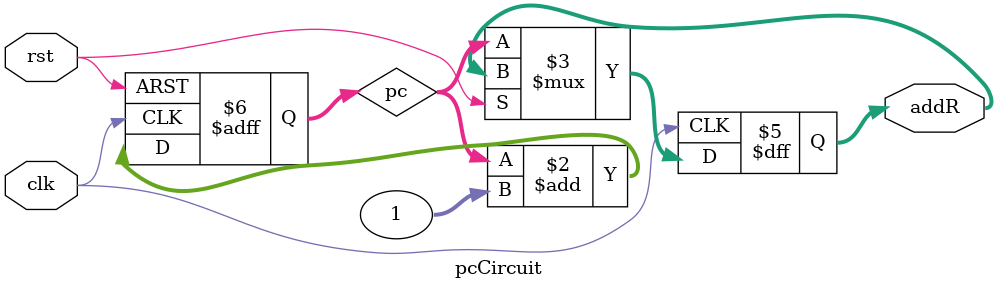
<source format=v>
module pcCircuit #(parameter addressWidth = 32) (
    clk, rst, addR
  );
  input clk, rst;
  output reg [addressWidth - 1 : 0] addR;
  reg [addressWidth - 1 : 0] pc;

  //pc circuit
  always @(posedge clk , posedge rst)
  begin
    if(rst)
    begin
      pc <= 32'h20;
    end
    else if (clk)
    begin
      pc <= pc + 1;
      addR <= pc;
    end
  end
endmodule


</source>
